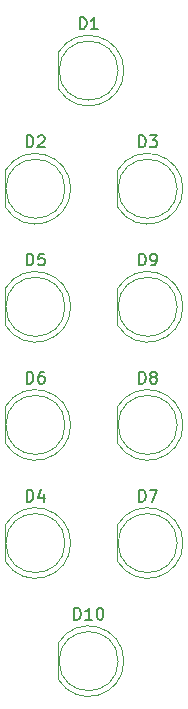
<source format=gbr>
%TF.GenerationSoftware,KiCad,Pcbnew,5.1.6-c6e7f7d~87~ubuntu18.04.1*%
%TF.CreationDate,2020-09-02T23:38:36+02:00*%
%TF.ProjectId,7segment,37736567-6d65-46e7-942e-6b696361645f,rev?*%
%TF.SameCoordinates,Original*%
%TF.FileFunction,Legend,Top*%
%TF.FilePolarity,Positive*%
%FSLAX46Y46*%
G04 Gerber Fmt 4.6, Leading zero omitted, Abs format (unit mm)*
G04 Created by KiCad (PCBNEW 5.1.6-c6e7f7d~87~ubuntu18.04.1) date 2020-09-02 23:38:36*
%MOMM*%
%LPD*%
G01*
G04 APERTURE LIST*
%ADD10C,0.120000*%
%ADD11C,0.150000*%
G04 APERTURE END LIST*
D10*
%TO.C,D1*%
X144770000Y-35000000D02*
G75*
G03*
X144770000Y-35000000I-2500000J0D01*
G01*
X139710000Y-33455000D02*
X139710000Y-36545000D01*
X145260000Y-35000462D02*
G75*
G03*
X139710000Y-33455170I-2990000J462D01*
G01*
X145260000Y-34999538D02*
G75*
G02*
X139710000Y-36544830I-2990000J-462D01*
G01*
%TO.C,D2*%
X140760000Y-44999538D02*
G75*
G02*
X135210000Y-46544830I-2990000J-462D01*
G01*
X140760000Y-45000462D02*
G75*
G03*
X135210000Y-43455170I-2990000J462D01*
G01*
X135210000Y-43455000D02*
X135210000Y-46545000D01*
X140270000Y-45000000D02*
G75*
G03*
X140270000Y-45000000I-2500000J0D01*
G01*
%TO.C,D3*%
X149770000Y-45000000D02*
G75*
G03*
X149770000Y-45000000I-2500000J0D01*
G01*
X144710000Y-43455000D02*
X144710000Y-46545000D01*
X150260000Y-45000462D02*
G75*
G03*
X144710000Y-43455170I-2990000J462D01*
G01*
X150260000Y-44999538D02*
G75*
G02*
X144710000Y-46544830I-2990000J-462D01*
G01*
%TO.C,D4*%
X140760000Y-74999538D02*
G75*
G02*
X135210000Y-76544830I-2990000J-462D01*
G01*
X140760000Y-75000462D02*
G75*
G03*
X135210000Y-73455170I-2990000J462D01*
G01*
X135210000Y-73455000D02*
X135210000Y-76545000D01*
X140270000Y-75000000D02*
G75*
G03*
X140270000Y-75000000I-2500000J0D01*
G01*
%TO.C,D5*%
X140270000Y-55000000D02*
G75*
G03*
X140270000Y-55000000I-2500000J0D01*
G01*
X135210000Y-53455000D02*
X135210000Y-56545000D01*
X140760000Y-55000462D02*
G75*
G03*
X135210000Y-53455170I-2990000J462D01*
G01*
X140760000Y-54999538D02*
G75*
G02*
X135210000Y-56544830I-2990000J-462D01*
G01*
%TO.C,D6*%
X140760000Y-64999538D02*
G75*
G02*
X135210000Y-66544830I-2990000J-462D01*
G01*
X140760000Y-65000462D02*
G75*
G03*
X135210000Y-63455170I-2990000J462D01*
G01*
X135210000Y-63455000D02*
X135210000Y-66545000D01*
X140270000Y-65000000D02*
G75*
G03*
X140270000Y-65000000I-2500000J0D01*
G01*
%TO.C,D7*%
X149770000Y-75000000D02*
G75*
G03*
X149770000Y-75000000I-2500000J0D01*
G01*
X144710000Y-73455000D02*
X144710000Y-76545000D01*
X150260000Y-75000462D02*
G75*
G03*
X144710000Y-73455170I-2990000J462D01*
G01*
X150260000Y-74999538D02*
G75*
G02*
X144710000Y-76544830I-2990000J-462D01*
G01*
%TO.C,D8*%
X150260000Y-64999538D02*
G75*
G02*
X144710000Y-66544830I-2990000J-462D01*
G01*
X150260000Y-65000462D02*
G75*
G03*
X144710000Y-63455170I-2990000J462D01*
G01*
X144710000Y-63455000D02*
X144710000Y-66545000D01*
X149770000Y-65000000D02*
G75*
G03*
X149770000Y-65000000I-2500000J0D01*
G01*
%TO.C,D9*%
X149770000Y-55000000D02*
G75*
G03*
X149770000Y-55000000I-2500000J0D01*
G01*
X144710000Y-53455000D02*
X144710000Y-56545000D01*
X150260000Y-55000462D02*
G75*
G03*
X144710000Y-53455170I-2990000J462D01*
G01*
X150260000Y-54999538D02*
G75*
G02*
X144710000Y-56544830I-2990000J-462D01*
G01*
%TO.C,D10*%
X145260000Y-84999538D02*
G75*
G02*
X139710000Y-86544830I-2990000J-462D01*
G01*
X145260000Y-85000462D02*
G75*
G03*
X139710000Y-83455170I-2990000J462D01*
G01*
X139710000Y-83455000D02*
X139710000Y-86545000D01*
X144770000Y-85000000D02*
G75*
G03*
X144770000Y-85000000I-2500000J0D01*
G01*
%TO.C,D1*%
D11*
X141531904Y-31492380D02*
X141531904Y-30492380D01*
X141770000Y-30492380D01*
X141912857Y-30540000D01*
X142008095Y-30635238D01*
X142055714Y-30730476D01*
X142103333Y-30920952D01*
X142103333Y-31063809D01*
X142055714Y-31254285D01*
X142008095Y-31349523D01*
X141912857Y-31444761D01*
X141770000Y-31492380D01*
X141531904Y-31492380D01*
X143055714Y-31492380D02*
X142484285Y-31492380D01*
X142770000Y-31492380D02*
X142770000Y-30492380D01*
X142674761Y-30635238D01*
X142579523Y-30730476D01*
X142484285Y-30778095D01*
%TO.C,D2*%
X137031904Y-41492380D02*
X137031904Y-40492380D01*
X137270000Y-40492380D01*
X137412857Y-40540000D01*
X137508095Y-40635238D01*
X137555714Y-40730476D01*
X137603333Y-40920952D01*
X137603333Y-41063809D01*
X137555714Y-41254285D01*
X137508095Y-41349523D01*
X137412857Y-41444761D01*
X137270000Y-41492380D01*
X137031904Y-41492380D01*
X137984285Y-40587619D02*
X138031904Y-40540000D01*
X138127142Y-40492380D01*
X138365238Y-40492380D01*
X138460476Y-40540000D01*
X138508095Y-40587619D01*
X138555714Y-40682857D01*
X138555714Y-40778095D01*
X138508095Y-40920952D01*
X137936666Y-41492380D01*
X138555714Y-41492380D01*
%TO.C,D3*%
X146531904Y-41492380D02*
X146531904Y-40492380D01*
X146770000Y-40492380D01*
X146912857Y-40540000D01*
X147008095Y-40635238D01*
X147055714Y-40730476D01*
X147103333Y-40920952D01*
X147103333Y-41063809D01*
X147055714Y-41254285D01*
X147008095Y-41349523D01*
X146912857Y-41444761D01*
X146770000Y-41492380D01*
X146531904Y-41492380D01*
X147436666Y-40492380D02*
X148055714Y-40492380D01*
X147722380Y-40873333D01*
X147865238Y-40873333D01*
X147960476Y-40920952D01*
X148008095Y-40968571D01*
X148055714Y-41063809D01*
X148055714Y-41301904D01*
X148008095Y-41397142D01*
X147960476Y-41444761D01*
X147865238Y-41492380D01*
X147579523Y-41492380D01*
X147484285Y-41444761D01*
X147436666Y-41397142D01*
%TO.C,D4*%
X137031904Y-71492380D02*
X137031904Y-70492380D01*
X137270000Y-70492380D01*
X137412857Y-70540000D01*
X137508095Y-70635238D01*
X137555714Y-70730476D01*
X137603333Y-70920952D01*
X137603333Y-71063809D01*
X137555714Y-71254285D01*
X137508095Y-71349523D01*
X137412857Y-71444761D01*
X137270000Y-71492380D01*
X137031904Y-71492380D01*
X138460476Y-70825714D02*
X138460476Y-71492380D01*
X138222380Y-70444761D02*
X137984285Y-71159047D01*
X138603333Y-71159047D01*
%TO.C,D5*%
X137031904Y-51492380D02*
X137031904Y-50492380D01*
X137270000Y-50492380D01*
X137412857Y-50540000D01*
X137508095Y-50635238D01*
X137555714Y-50730476D01*
X137603333Y-50920952D01*
X137603333Y-51063809D01*
X137555714Y-51254285D01*
X137508095Y-51349523D01*
X137412857Y-51444761D01*
X137270000Y-51492380D01*
X137031904Y-51492380D01*
X138508095Y-50492380D02*
X138031904Y-50492380D01*
X137984285Y-50968571D01*
X138031904Y-50920952D01*
X138127142Y-50873333D01*
X138365238Y-50873333D01*
X138460476Y-50920952D01*
X138508095Y-50968571D01*
X138555714Y-51063809D01*
X138555714Y-51301904D01*
X138508095Y-51397142D01*
X138460476Y-51444761D01*
X138365238Y-51492380D01*
X138127142Y-51492380D01*
X138031904Y-51444761D01*
X137984285Y-51397142D01*
%TO.C,D6*%
X137031904Y-61492380D02*
X137031904Y-60492380D01*
X137270000Y-60492380D01*
X137412857Y-60540000D01*
X137508095Y-60635238D01*
X137555714Y-60730476D01*
X137603333Y-60920952D01*
X137603333Y-61063809D01*
X137555714Y-61254285D01*
X137508095Y-61349523D01*
X137412857Y-61444761D01*
X137270000Y-61492380D01*
X137031904Y-61492380D01*
X138460476Y-60492380D02*
X138270000Y-60492380D01*
X138174761Y-60540000D01*
X138127142Y-60587619D01*
X138031904Y-60730476D01*
X137984285Y-60920952D01*
X137984285Y-61301904D01*
X138031904Y-61397142D01*
X138079523Y-61444761D01*
X138174761Y-61492380D01*
X138365238Y-61492380D01*
X138460476Y-61444761D01*
X138508095Y-61397142D01*
X138555714Y-61301904D01*
X138555714Y-61063809D01*
X138508095Y-60968571D01*
X138460476Y-60920952D01*
X138365238Y-60873333D01*
X138174761Y-60873333D01*
X138079523Y-60920952D01*
X138031904Y-60968571D01*
X137984285Y-61063809D01*
%TO.C,D7*%
X146531904Y-71492380D02*
X146531904Y-70492380D01*
X146770000Y-70492380D01*
X146912857Y-70540000D01*
X147008095Y-70635238D01*
X147055714Y-70730476D01*
X147103333Y-70920952D01*
X147103333Y-71063809D01*
X147055714Y-71254285D01*
X147008095Y-71349523D01*
X146912857Y-71444761D01*
X146770000Y-71492380D01*
X146531904Y-71492380D01*
X147436666Y-70492380D02*
X148103333Y-70492380D01*
X147674761Y-71492380D01*
%TO.C,D8*%
X146531904Y-61492380D02*
X146531904Y-60492380D01*
X146770000Y-60492380D01*
X146912857Y-60540000D01*
X147008095Y-60635238D01*
X147055714Y-60730476D01*
X147103333Y-60920952D01*
X147103333Y-61063809D01*
X147055714Y-61254285D01*
X147008095Y-61349523D01*
X146912857Y-61444761D01*
X146770000Y-61492380D01*
X146531904Y-61492380D01*
X147674761Y-60920952D02*
X147579523Y-60873333D01*
X147531904Y-60825714D01*
X147484285Y-60730476D01*
X147484285Y-60682857D01*
X147531904Y-60587619D01*
X147579523Y-60540000D01*
X147674761Y-60492380D01*
X147865238Y-60492380D01*
X147960476Y-60540000D01*
X148008095Y-60587619D01*
X148055714Y-60682857D01*
X148055714Y-60730476D01*
X148008095Y-60825714D01*
X147960476Y-60873333D01*
X147865238Y-60920952D01*
X147674761Y-60920952D01*
X147579523Y-60968571D01*
X147531904Y-61016190D01*
X147484285Y-61111428D01*
X147484285Y-61301904D01*
X147531904Y-61397142D01*
X147579523Y-61444761D01*
X147674761Y-61492380D01*
X147865238Y-61492380D01*
X147960476Y-61444761D01*
X148008095Y-61397142D01*
X148055714Y-61301904D01*
X148055714Y-61111428D01*
X148008095Y-61016190D01*
X147960476Y-60968571D01*
X147865238Y-60920952D01*
%TO.C,D9*%
X146531904Y-51492380D02*
X146531904Y-50492380D01*
X146770000Y-50492380D01*
X146912857Y-50540000D01*
X147008095Y-50635238D01*
X147055714Y-50730476D01*
X147103333Y-50920952D01*
X147103333Y-51063809D01*
X147055714Y-51254285D01*
X147008095Y-51349523D01*
X146912857Y-51444761D01*
X146770000Y-51492380D01*
X146531904Y-51492380D01*
X147579523Y-51492380D02*
X147770000Y-51492380D01*
X147865238Y-51444761D01*
X147912857Y-51397142D01*
X148008095Y-51254285D01*
X148055714Y-51063809D01*
X148055714Y-50682857D01*
X148008095Y-50587619D01*
X147960476Y-50540000D01*
X147865238Y-50492380D01*
X147674761Y-50492380D01*
X147579523Y-50540000D01*
X147531904Y-50587619D01*
X147484285Y-50682857D01*
X147484285Y-50920952D01*
X147531904Y-51016190D01*
X147579523Y-51063809D01*
X147674761Y-51111428D01*
X147865238Y-51111428D01*
X147960476Y-51063809D01*
X148008095Y-51016190D01*
X148055714Y-50920952D01*
%TO.C,D10*%
X141055714Y-81492380D02*
X141055714Y-80492380D01*
X141293809Y-80492380D01*
X141436666Y-80540000D01*
X141531904Y-80635238D01*
X141579523Y-80730476D01*
X141627142Y-80920952D01*
X141627142Y-81063809D01*
X141579523Y-81254285D01*
X141531904Y-81349523D01*
X141436666Y-81444761D01*
X141293809Y-81492380D01*
X141055714Y-81492380D01*
X142579523Y-81492380D02*
X142008095Y-81492380D01*
X142293809Y-81492380D02*
X142293809Y-80492380D01*
X142198571Y-80635238D01*
X142103333Y-80730476D01*
X142008095Y-80778095D01*
X143198571Y-80492380D02*
X143293809Y-80492380D01*
X143389047Y-80540000D01*
X143436666Y-80587619D01*
X143484285Y-80682857D01*
X143531904Y-80873333D01*
X143531904Y-81111428D01*
X143484285Y-81301904D01*
X143436666Y-81397142D01*
X143389047Y-81444761D01*
X143293809Y-81492380D01*
X143198571Y-81492380D01*
X143103333Y-81444761D01*
X143055714Y-81397142D01*
X143008095Y-81301904D01*
X142960476Y-81111428D01*
X142960476Y-80873333D01*
X143008095Y-80682857D01*
X143055714Y-80587619D01*
X143103333Y-80540000D01*
X143198571Y-80492380D01*
%TD*%
M02*

</source>
